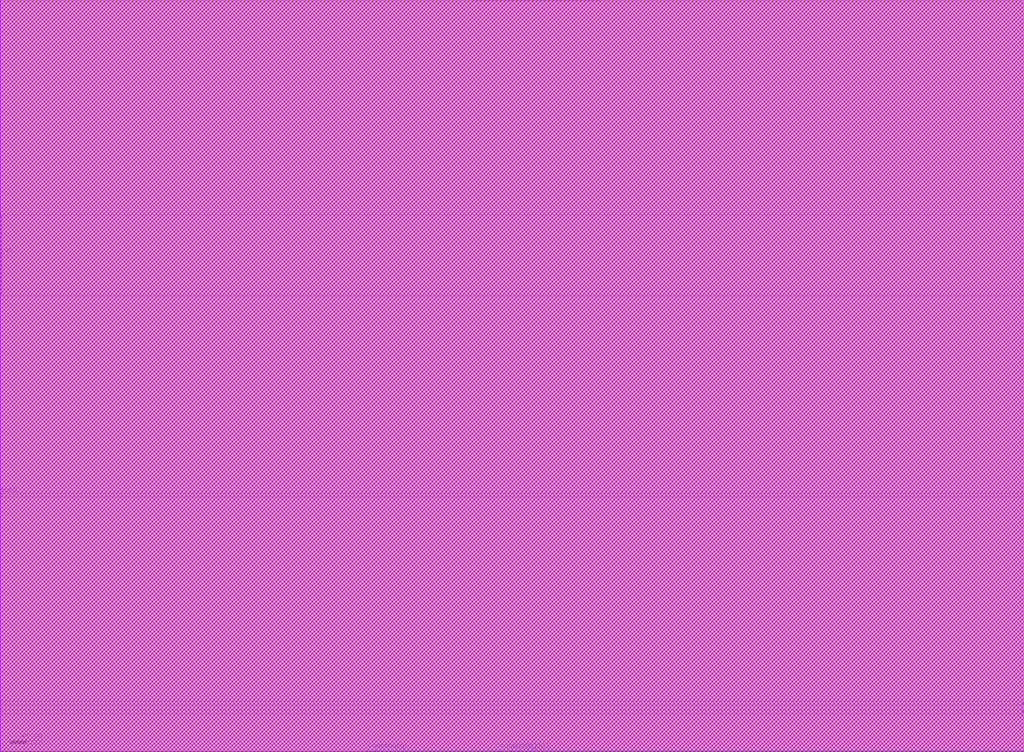
<source format=lef>
##
## LEF for PtnCells ;
## created by Innovus v20.11-s130_1 on Mon Jan 16 11:25:24 2023
##

VERSION 5.8 ;

BUSBITCHARS "[]" ;
DIVIDERCHAR "/" ;

MACRO BATCHARGERcore
  CLASS BLOCK ;
  SIZE 640.000000 BY 470.000000 ;
  FOREIGN BATCHARGERcore 0.000000 0.000000 ;
  ORIGIN 0 0 ;
  SYMMETRY X Y R90 ;
  PIN iforcedbat
    DIRECTION OUTPUT ;
    USE ANALOG ;
    PORT
      LAYER metal4 ;
        RECT 296.000000 469.480000 374.000000 470.000000 ;
    END
  END iforcedbat
  PIN vsensbat
    DIRECTION INPUT ;
    USE ANALOG ;
    PORT
      LAYER metal4 ;
        RECT 228.800000 0.000000 230.800000 0.520000 ;
    END
  END vsensbat
  PIN vin
    DIRECTION INPUT ;
    USE ANALOG ;
    PORT
      LAYER metal3 ;
        RECT 0.000000 285.200000 0.520000 335.200000 ;
    END
  END vin
  PIN vbattemp
    DIRECTION INPUT ;
    USE ANALOG ;
    PORT
      LAYER metal4 ;
        RECT 232.800000 0.000000 234.800000 0.520000 ;
    END
  END vbattemp
  PIN en
    DIRECTION INPUT ;
    USE SIGNAL ;
    PORT
      LAYER metal4 ;
        RECT 312.000000 0.000000 312.400000 0.520000 ;
    END
  END en
  PIN sel[3]
    DIRECTION INPUT ;
    USE SIGNAL ;
    PORT
      LAYER metal4 ;
        RECT 316.000000 0.000000 316.400000 0.520000 ;
    END
  END sel[3]
  PIN sel[2]
    DIRECTION INPUT ;
    USE SIGNAL ;
    PORT
      LAYER metal4 ;
        RECT 320.000000 0.000000 320.400000 0.520000 ;
    END
  END sel[2]
  PIN sel[1]
    DIRECTION INPUT ;
    USE SIGNAL ;
    PORT
      LAYER metal4 ;
        RECT 324.000000 0.000000 324.400000 0.520000 ;
    END
  END sel[1]
  PIN sel[0]
    DIRECTION INPUT ;
    USE SIGNAL ;
    PORT
      LAYER metal4 ;
        RECT 328.000000 0.000000 328.400000 0.520000 ;
    END
  END sel[0]
  PIN dvdd
    DIRECTION INOUT ;
    USE POWER ;
    PORT
      LAYER metal3 ;
        RECT 639.480000 24.000000 640.000000 26.000000 ;
    END
  END dvdd
  PIN dgnd
    DIRECTION INOUT ;
    USE GROUND ;
    PORT
      LAYER metal3 ;
        RECT 639.480000 29.200000 640.000000 31.200000 ;
    END
  END dgnd
  PIN pgnd
    DIRECTION INOUT ;
    USE GROUND ;
    PORT
      LAYER metal3 ;
        RECT 0.000000 159.200000 0.520000 161.200000 ;
    END
  END pgnd
  OBS
    LAYER metal1 ;
      RECT 0.000000 0.000000 640.000000 470.000000 ;
    LAYER metal2 ;
      RECT 0.000000 0.000000 640.000000 470.000000 ;
    LAYER metal3 ;
      RECT 0.000000 335.480000 640.000000 470.000000 ;
      RECT 0.800000 284.920000 640.000000 335.480000 ;
      RECT 0.000000 161.480000 640.000000 284.920000 ;
      RECT 0.800000 158.920000 640.000000 161.480000 ;
      RECT 0.000000 31.480000 640.000000 158.920000 ;
      RECT 0.000000 28.920000 639.200000 31.480000 ;
      RECT 0.000000 26.280000 640.000000 28.920000 ;
      RECT 0.000000 23.720000 639.200000 26.280000 ;
      RECT 0.000000 0.000000 640.000000 23.720000 ;
    LAYER metal4 ;
      RECT 374.280000 469.200000 640.000000 470.000000 ;
      RECT 0.000000 469.200000 295.720000 470.000000 ;
      RECT 0.000000 0.800000 640.000000 469.200000 ;
      RECT 235.080000 0.720000 640.000000 0.800000 ;
      RECT 328.600000 0.000000 640.000000 0.720000 ;
      RECT 324.600000 0.000000 327.800000 0.720000 ;
      RECT 320.600000 0.000000 323.800000 0.720000 ;
      RECT 316.600000 0.000000 319.800000 0.720000 ;
      RECT 312.600000 0.000000 315.800000 0.720000 ;
      RECT 235.080000 0.000000 311.800000 0.720000 ;
      RECT 231.080000 0.000000 232.520000 0.800000 ;
      RECT 0.000000 0.000000 228.520000 0.800000 ;
    LAYER metal5 ;
      RECT 0.000000 0.000000 640.000000 470.000000 ;
    LAYER metal6 ;
      RECT 0.000000 0.000000 640.000000 470.000000 ;
    LAYER metal7 ;
      RECT 0.000000 0.000000 640.000000 470.000000 ;
    LAYER metal8 ;
      RECT 0.000000 0.000000 640.000000 470.000000 ;
  END
END BATCHARGERcore

END LIBRARY

</source>
